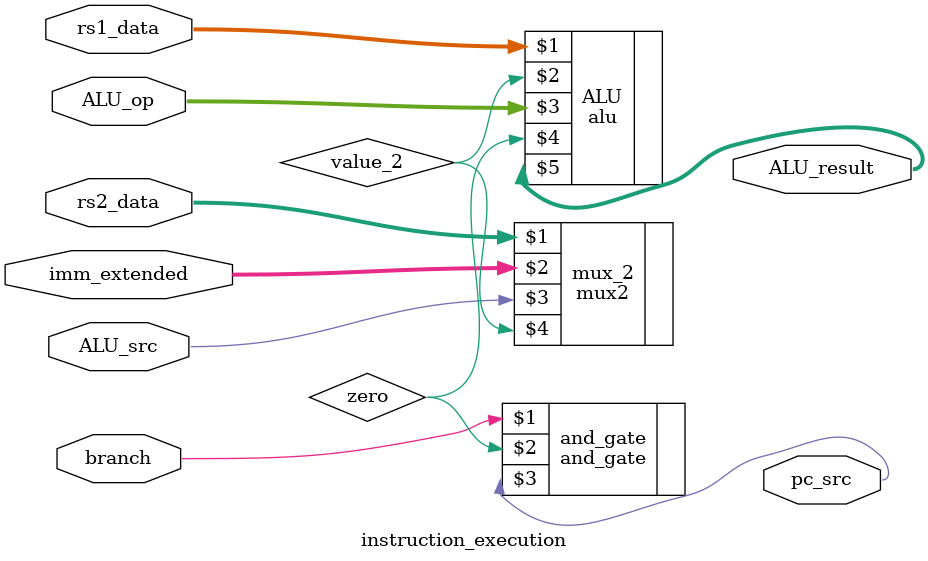
<source format=sv>
`timescale 1ns / 1ps


module instruction_execution(
input logic branch,
input logic [31:0]rs1_data,
input logic [31:0]rs2_data,
input logic[31:0]imm_extended,
input logic ALU_src,
input logic [3:0]ALU_op,
output logic [31:0]ALU_result,
output logic pc_src

    );
    mux2 mux_2(rs2_data,imm_extended,ALU_src,value_2);
    alu ALU(rs1_data,value_2,ALU_op,zero,ALU_result);
    and_gate and_gate(branch,zero,pc_src);
endmodule

</source>
